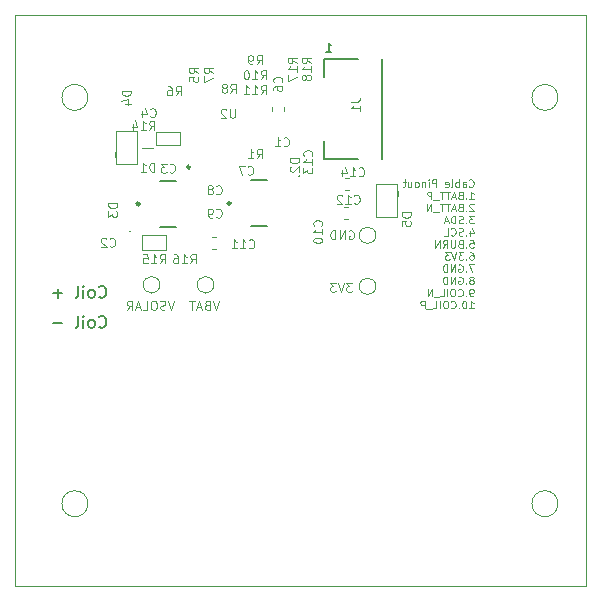
<source format=gbr>
%TF.GenerationSoftware,KiCad,Pcbnew,5.0.2-bee76a0~70~ubuntu18.04.1*%
%TF.CreationDate,2020-02-29T17:21:03-08:00*%
%TF.ProjectId,SolarCellX_v3,536f6c61-7243-4656-9c6c-585f76332e6b,rev?*%
%TF.SameCoordinates,Original*%
%TF.FileFunction,Legend,Bot*%
%TF.FilePolarity,Positive*%
%FSLAX46Y46*%
G04 Gerber Fmt 4.6, Leading zero omitted, Abs format (unit mm)*
G04 Created by KiCad (PCBNEW 5.0.2-bee76a0~70~ubuntu18.04.1) date Sat 29 Feb 2020 05:21:03 PM PST*
%MOMM*%
%LPD*%
G01*
G04 APERTURE LIST*
%ADD10C,0.120000*%
%ADD11C,0.152400*%
%ADD12C,0.101600*%
%ADD13C,0.076200*%
%ADD14C,0.150000*%
%ADD15C,0.050000*%
%ADD16C,0.250000*%
%ADD17C,0.200000*%
%ADD18C,0.254000*%
%ADD19C,0.127000*%
G04 APERTURE END LIST*
D10*
X100761800Y-51282600D02*
X101676200Y-51282600D01*
D11*
X116370368Y-43144714D02*
X116805797Y-43144714D01*
X116588082Y-43144714D02*
X116588082Y-42382714D01*
X116660654Y-42491571D01*
X116733225Y-42564142D01*
X116805797Y-42600428D01*
D12*
X118570102Y-62701714D02*
X118098388Y-62701714D01*
X118352388Y-62992000D01*
X118243531Y-62992000D01*
X118170960Y-63028285D01*
X118134674Y-63064571D01*
X118098388Y-63137142D01*
X118098388Y-63318571D01*
X118134674Y-63391142D01*
X118170960Y-63427428D01*
X118243531Y-63463714D01*
X118461245Y-63463714D01*
X118533817Y-63427428D01*
X118570102Y-63391142D01*
X117880674Y-62701714D02*
X117626674Y-63463714D01*
X117372674Y-62701714D01*
X117191245Y-62701714D02*
X116719531Y-62701714D01*
X116973531Y-62992000D01*
X116864674Y-62992000D01*
X116792102Y-63028285D01*
X116755817Y-63064571D01*
X116719531Y-63137142D01*
X116719531Y-63318571D01*
X116755817Y-63391142D01*
X116792102Y-63427428D01*
X116864674Y-63463714D01*
X117082388Y-63463714D01*
X117154960Y-63427428D01*
X117191245Y-63391142D01*
X107303388Y-64225714D02*
X107049388Y-64987714D01*
X106795388Y-64225714D01*
X106287388Y-64588571D02*
X106178531Y-64624857D01*
X106142245Y-64661142D01*
X106105960Y-64733714D01*
X106105960Y-64842571D01*
X106142245Y-64915142D01*
X106178531Y-64951428D01*
X106251102Y-64987714D01*
X106541388Y-64987714D01*
X106541388Y-64225714D01*
X106287388Y-64225714D01*
X106214817Y-64262000D01*
X106178531Y-64298285D01*
X106142245Y-64370857D01*
X106142245Y-64443428D01*
X106178531Y-64516000D01*
X106214817Y-64552285D01*
X106287388Y-64588571D01*
X106541388Y-64588571D01*
X105815674Y-64770000D02*
X105452817Y-64770000D01*
X105888245Y-64987714D02*
X105634245Y-64225714D01*
X105380245Y-64987714D01*
X105235102Y-64225714D02*
X104799674Y-64225714D01*
X105017388Y-64987714D02*
X105017388Y-64225714D01*
X103493388Y-64225714D02*
X103239388Y-64987714D01*
X102985388Y-64225714D01*
X102767674Y-64951428D02*
X102658817Y-64987714D01*
X102477388Y-64987714D01*
X102404817Y-64951428D01*
X102368531Y-64915142D01*
X102332245Y-64842571D01*
X102332245Y-64770000D01*
X102368531Y-64697428D01*
X102404817Y-64661142D01*
X102477388Y-64624857D01*
X102622531Y-64588571D01*
X102695102Y-64552285D01*
X102731388Y-64516000D01*
X102767674Y-64443428D01*
X102767674Y-64370857D01*
X102731388Y-64298285D01*
X102695102Y-64262000D01*
X102622531Y-64225714D01*
X102441102Y-64225714D01*
X102332245Y-64262000D01*
X101860531Y-64225714D02*
X101715388Y-64225714D01*
X101642817Y-64262000D01*
X101570245Y-64334571D01*
X101533960Y-64479714D01*
X101533960Y-64733714D01*
X101570245Y-64878857D01*
X101642817Y-64951428D01*
X101715388Y-64987714D01*
X101860531Y-64987714D01*
X101933102Y-64951428D01*
X102005674Y-64878857D01*
X102041960Y-64733714D01*
X102041960Y-64479714D01*
X102005674Y-64334571D01*
X101933102Y-64262000D01*
X101860531Y-64225714D01*
X100844531Y-64987714D02*
X101207388Y-64987714D01*
X101207388Y-64225714D01*
X100626817Y-64770000D02*
X100263960Y-64770000D01*
X100699388Y-64987714D02*
X100445388Y-64225714D01*
X100191388Y-64987714D01*
X99501960Y-64987714D02*
X99755960Y-64624857D01*
X99937388Y-64987714D02*
X99937388Y-64225714D01*
X99647102Y-64225714D01*
X99574531Y-64262000D01*
X99538245Y-64298285D01*
X99501960Y-64370857D01*
X99501960Y-64479714D01*
X99538245Y-64552285D01*
X99574531Y-64588571D01*
X99647102Y-64624857D01*
X99937388Y-64624857D01*
X118316103Y-58293000D02*
X118388675Y-58256714D01*
X118497532Y-58256714D01*
X118606389Y-58293000D01*
X118678960Y-58365571D01*
X118715246Y-58438142D01*
X118751532Y-58583285D01*
X118751532Y-58692142D01*
X118715246Y-58837285D01*
X118678960Y-58909857D01*
X118606389Y-58982428D01*
X118497532Y-59018714D01*
X118424960Y-59018714D01*
X118316103Y-58982428D01*
X118279817Y-58946142D01*
X118279817Y-58692142D01*
X118424960Y-58692142D01*
X117953246Y-59018714D02*
X117953246Y-58256714D01*
X117517817Y-59018714D01*
X117517817Y-58256714D01*
X117154960Y-59018714D02*
X117154960Y-58256714D01*
X116973532Y-58256714D01*
X116864675Y-58293000D01*
X116792103Y-58365571D01*
X116755817Y-58438142D01*
X116719532Y-58583285D01*
X116719532Y-58692142D01*
X116755817Y-58837285D01*
X116792103Y-58909857D01*
X116864675Y-58982428D01*
X116973532Y-59018714D01*
X117154960Y-59018714D01*
D13*
X128468422Y-54519285D02*
X128498660Y-54549523D01*
X128589374Y-54579761D01*
X128649850Y-54579761D01*
X128740565Y-54549523D01*
X128801041Y-54489047D01*
X128831279Y-54428571D01*
X128861517Y-54307619D01*
X128861517Y-54216904D01*
X128831279Y-54095952D01*
X128801041Y-54035476D01*
X128740565Y-53975000D01*
X128649850Y-53944761D01*
X128589374Y-53944761D01*
X128498660Y-53975000D01*
X128468422Y-54005238D01*
X127924136Y-54579761D02*
X127924136Y-54247142D01*
X127954374Y-54186666D01*
X128014850Y-54156428D01*
X128135803Y-54156428D01*
X128196279Y-54186666D01*
X127924136Y-54549523D02*
X127984612Y-54579761D01*
X128135803Y-54579761D01*
X128196279Y-54549523D01*
X128226517Y-54489047D01*
X128226517Y-54428571D01*
X128196279Y-54368095D01*
X128135803Y-54337857D01*
X127984612Y-54337857D01*
X127924136Y-54307619D01*
X127621755Y-54579761D02*
X127621755Y-53944761D01*
X127621755Y-54186666D02*
X127561279Y-54156428D01*
X127440327Y-54156428D01*
X127379850Y-54186666D01*
X127349612Y-54216904D01*
X127319374Y-54277380D01*
X127319374Y-54458809D01*
X127349612Y-54519285D01*
X127379850Y-54549523D01*
X127440327Y-54579761D01*
X127561279Y-54579761D01*
X127621755Y-54549523D01*
X126956517Y-54579761D02*
X127016993Y-54549523D01*
X127047231Y-54489047D01*
X127047231Y-53944761D01*
X126472708Y-54549523D02*
X126533184Y-54579761D01*
X126654136Y-54579761D01*
X126714612Y-54549523D01*
X126744850Y-54489047D01*
X126744850Y-54247142D01*
X126714612Y-54186666D01*
X126654136Y-54156428D01*
X126533184Y-54156428D01*
X126472708Y-54186666D01*
X126442470Y-54247142D01*
X126442470Y-54307619D01*
X126744850Y-54368095D01*
X125686517Y-54579761D02*
X125686517Y-53944761D01*
X125444612Y-53944761D01*
X125384136Y-53975000D01*
X125353898Y-54005238D01*
X125323660Y-54065714D01*
X125323660Y-54156428D01*
X125353898Y-54216904D01*
X125384136Y-54247142D01*
X125444612Y-54277380D01*
X125686517Y-54277380D01*
X125051517Y-54579761D02*
X125051517Y-54156428D01*
X125051517Y-53944761D02*
X125081755Y-53975000D01*
X125051517Y-54005238D01*
X125021279Y-53975000D01*
X125051517Y-53944761D01*
X125051517Y-54005238D01*
X124749136Y-54156428D02*
X124749136Y-54579761D01*
X124749136Y-54216904D02*
X124718898Y-54186666D01*
X124658422Y-54156428D01*
X124567708Y-54156428D01*
X124507231Y-54186666D01*
X124476993Y-54247142D01*
X124476993Y-54579761D01*
X124083898Y-54579761D02*
X124144374Y-54549523D01*
X124174612Y-54519285D01*
X124204850Y-54458809D01*
X124204850Y-54277380D01*
X124174612Y-54216904D01*
X124144374Y-54186666D01*
X124083898Y-54156428D01*
X123993184Y-54156428D01*
X123932708Y-54186666D01*
X123902470Y-54216904D01*
X123872231Y-54277380D01*
X123872231Y-54458809D01*
X123902470Y-54519285D01*
X123932708Y-54549523D01*
X123993184Y-54579761D01*
X124083898Y-54579761D01*
X123327946Y-54156428D02*
X123327946Y-54579761D01*
X123600089Y-54156428D02*
X123600089Y-54489047D01*
X123569850Y-54549523D01*
X123509374Y-54579761D01*
X123418660Y-54579761D01*
X123358184Y-54549523D01*
X123327946Y-54519285D01*
X123116279Y-54156428D02*
X122874374Y-54156428D01*
X123025565Y-53944761D02*
X123025565Y-54489047D01*
X122995327Y-54549523D01*
X122934850Y-54579761D01*
X122874374Y-54579761D01*
X128498660Y-55608461D02*
X128861517Y-55608461D01*
X128680089Y-55608461D02*
X128680089Y-54973461D01*
X128740565Y-55064176D01*
X128801041Y-55124652D01*
X128861517Y-55154890D01*
X128226517Y-55547985D02*
X128196279Y-55578223D01*
X128226517Y-55608461D01*
X128256755Y-55578223D01*
X128226517Y-55547985D01*
X128226517Y-55608461D01*
X127712470Y-55275842D02*
X127621755Y-55306080D01*
X127591517Y-55336319D01*
X127561279Y-55396795D01*
X127561279Y-55487509D01*
X127591517Y-55547985D01*
X127621755Y-55578223D01*
X127682231Y-55608461D01*
X127924136Y-55608461D01*
X127924136Y-54973461D01*
X127712470Y-54973461D01*
X127651993Y-55003700D01*
X127621755Y-55033938D01*
X127591517Y-55094414D01*
X127591517Y-55154890D01*
X127621755Y-55215366D01*
X127651993Y-55245604D01*
X127712470Y-55275842D01*
X127924136Y-55275842D01*
X127319374Y-55427033D02*
X127016993Y-55427033D01*
X127379850Y-55608461D02*
X127168184Y-54973461D01*
X126956517Y-55608461D01*
X126835565Y-54973461D02*
X126472708Y-54973461D01*
X126654136Y-55608461D02*
X126654136Y-54973461D01*
X126351755Y-54973461D02*
X125988898Y-54973461D01*
X126170327Y-55608461D02*
X126170327Y-54973461D01*
X125928422Y-55668938D02*
X125444612Y-55668938D01*
X125293422Y-55608461D02*
X125293422Y-54973461D01*
X125051517Y-54973461D01*
X124991041Y-55003700D01*
X124960803Y-55033938D01*
X124930565Y-55094414D01*
X124930565Y-55185128D01*
X124960803Y-55245604D01*
X124991041Y-55275842D01*
X125051517Y-55306080D01*
X125293422Y-55306080D01*
X128861517Y-56062638D02*
X128831279Y-56032400D01*
X128770803Y-56002161D01*
X128619612Y-56002161D01*
X128559136Y-56032400D01*
X128528898Y-56062638D01*
X128498660Y-56123114D01*
X128498660Y-56183590D01*
X128528898Y-56274304D01*
X128891755Y-56637161D01*
X128498660Y-56637161D01*
X128226517Y-56576685D02*
X128196279Y-56606923D01*
X128226517Y-56637161D01*
X128256755Y-56606923D01*
X128226517Y-56576685D01*
X128226517Y-56637161D01*
X127712470Y-56304542D02*
X127621755Y-56334780D01*
X127591517Y-56365019D01*
X127561279Y-56425495D01*
X127561279Y-56516209D01*
X127591517Y-56576685D01*
X127621755Y-56606923D01*
X127682231Y-56637161D01*
X127924136Y-56637161D01*
X127924136Y-56002161D01*
X127712470Y-56002161D01*
X127651993Y-56032400D01*
X127621755Y-56062638D01*
X127591517Y-56123114D01*
X127591517Y-56183590D01*
X127621755Y-56244066D01*
X127651993Y-56274304D01*
X127712470Y-56304542D01*
X127924136Y-56304542D01*
X127319374Y-56455733D02*
X127016993Y-56455733D01*
X127379850Y-56637161D02*
X127168184Y-56002161D01*
X126956517Y-56637161D01*
X126835565Y-56002161D02*
X126472708Y-56002161D01*
X126654136Y-56637161D02*
X126654136Y-56002161D01*
X126351755Y-56002161D02*
X125988898Y-56002161D01*
X126170327Y-56637161D02*
X126170327Y-56002161D01*
X125928422Y-56697638D02*
X125444612Y-56697638D01*
X125293422Y-56637161D02*
X125293422Y-56002161D01*
X124930565Y-56637161D01*
X124930565Y-56002161D01*
X128891755Y-57030861D02*
X128498660Y-57030861D01*
X128710327Y-57272766D01*
X128619612Y-57272766D01*
X128559136Y-57303004D01*
X128528898Y-57333242D01*
X128498660Y-57393719D01*
X128498660Y-57544909D01*
X128528898Y-57605385D01*
X128559136Y-57635623D01*
X128619612Y-57665861D01*
X128801041Y-57665861D01*
X128861517Y-57635623D01*
X128891755Y-57605385D01*
X128226517Y-57605385D02*
X128196279Y-57635623D01*
X128226517Y-57665861D01*
X128256755Y-57635623D01*
X128226517Y-57605385D01*
X128226517Y-57665861D01*
X127954374Y-57635623D02*
X127863660Y-57665861D01*
X127712470Y-57665861D01*
X127651993Y-57635623D01*
X127621755Y-57605385D01*
X127591517Y-57544909D01*
X127591517Y-57484433D01*
X127621755Y-57423957D01*
X127651993Y-57393719D01*
X127712470Y-57363480D01*
X127833422Y-57333242D01*
X127893898Y-57303004D01*
X127924136Y-57272766D01*
X127954374Y-57212290D01*
X127954374Y-57151814D01*
X127924136Y-57091338D01*
X127893898Y-57061100D01*
X127833422Y-57030861D01*
X127682231Y-57030861D01*
X127591517Y-57061100D01*
X127319374Y-57665861D02*
X127319374Y-57030861D01*
X127168184Y-57030861D01*
X127077470Y-57061100D01*
X127016993Y-57121576D01*
X126986755Y-57182052D01*
X126956517Y-57303004D01*
X126956517Y-57393719D01*
X126986755Y-57514671D01*
X127016993Y-57575147D01*
X127077470Y-57635623D01*
X127168184Y-57665861D01*
X127319374Y-57665861D01*
X126714612Y-57484433D02*
X126412231Y-57484433D01*
X126775089Y-57665861D02*
X126563422Y-57030861D01*
X126351755Y-57665861D01*
X128559136Y-58271228D02*
X128559136Y-58694561D01*
X128710327Y-58029323D02*
X128861517Y-58482895D01*
X128468422Y-58482895D01*
X128226517Y-58634085D02*
X128196279Y-58664323D01*
X128226517Y-58694561D01*
X128256755Y-58664323D01*
X128226517Y-58634085D01*
X128226517Y-58694561D01*
X127954374Y-58664323D02*
X127863660Y-58694561D01*
X127712470Y-58694561D01*
X127651993Y-58664323D01*
X127621755Y-58634085D01*
X127591517Y-58573609D01*
X127591517Y-58513133D01*
X127621755Y-58452657D01*
X127651993Y-58422419D01*
X127712470Y-58392180D01*
X127833422Y-58361942D01*
X127893898Y-58331704D01*
X127924136Y-58301466D01*
X127954374Y-58240990D01*
X127954374Y-58180514D01*
X127924136Y-58120038D01*
X127893898Y-58089800D01*
X127833422Y-58059561D01*
X127682231Y-58059561D01*
X127591517Y-58089800D01*
X126956517Y-58634085D02*
X126986755Y-58664323D01*
X127077469Y-58694561D01*
X127137946Y-58694561D01*
X127228660Y-58664323D01*
X127289136Y-58603847D01*
X127319374Y-58543371D01*
X127349612Y-58422419D01*
X127349612Y-58331704D01*
X127319374Y-58210752D01*
X127289136Y-58150276D01*
X127228660Y-58089800D01*
X127137946Y-58059561D01*
X127077469Y-58059561D01*
X126986755Y-58089800D01*
X126956517Y-58120038D01*
X126381993Y-58694561D02*
X126684374Y-58694561D01*
X126684374Y-58059561D01*
X128528898Y-59088261D02*
X128831279Y-59088261D01*
X128861517Y-59390642D01*
X128831279Y-59360404D01*
X128770803Y-59330166D01*
X128619612Y-59330166D01*
X128559136Y-59360404D01*
X128528898Y-59390642D01*
X128498660Y-59451119D01*
X128498660Y-59602309D01*
X128528898Y-59662785D01*
X128559136Y-59693023D01*
X128619612Y-59723261D01*
X128770803Y-59723261D01*
X128831279Y-59693023D01*
X128861517Y-59662785D01*
X128226517Y-59662785D02*
X128196279Y-59693023D01*
X128226517Y-59723261D01*
X128256755Y-59693023D01*
X128226517Y-59662785D01*
X128226517Y-59723261D01*
X127712470Y-59390642D02*
X127621755Y-59420880D01*
X127591517Y-59451119D01*
X127561279Y-59511595D01*
X127561279Y-59602309D01*
X127591517Y-59662785D01*
X127621755Y-59693023D01*
X127682231Y-59723261D01*
X127924136Y-59723261D01*
X127924136Y-59088261D01*
X127712470Y-59088261D01*
X127651993Y-59118500D01*
X127621755Y-59148738D01*
X127591517Y-59209214D01*
X127591517Y-59269690D01*
X127621755Y-59330166D01*
X127651993Y-59360404D01*
X127712470Y-59390642D01*
X127924136Y-59390642D01*
X127289136Y-59088261D02*
X127289136Y-59602309D01*
X127258898Y-59662785D01*
X127228660Y-59693023D01*
X127168184Y-59723261D01*
X127047231Y-59723261D01*
X126986755Y-59693023D01*
X126956517Y-59662785D01*
X126926279Y-59602309D01*
X126926279Y-59088261D01*
X126261041Y-59723261D02*
X126472708Y-59420880D01*
X126623898Y-59723261D02*
X126623898Y-59088261D01*
X126381993Y-59088261D01*
X126321517Y-59118500D01*
X126291279Y-59148738D01*
X126261041Y-59209214D01*
X126261041Y-59299928D01*
X126291279Y-59360404D01*
X126321517Y-59390642D01*
X126381993Y-59420880D01*
X126623898Y-59420880D01*
X125988898Y-59723261D02*
X125988898Y-59088261D01*
X125626041Y-59723261D01*
X125626041Y-59088261D01*
X128559136Y-60116961D02*
X128680089Y-60116961D01*
X128740565Y-60147200D01*
X128770803Y-60177438D01*
X128831279Y-60268152D01*
X128861517Y-60389104D01*
X128861517Y-60631009D01*
X128831279Y-60691485D01*
X128801041Y-60721723D01*
X128740565Y-60751961D01*
X128619612Y-60751961D01*
X128559136Y-60721723D01*
X128528898Y-60691485D01*
X128498660Y-60631009D01*
X128498660Y-60479819D01*
X128528898Y-60419342D01*
X128559136Y-60389104D01*
X128619612Y-60358866D01*
X128740565Y-60358866D01*
X128801041Y-60389104D01*
X128831279Y-60419342D01*
X128861517Y-60479819D01*
X128226517Y-60691485D02*
X128196279Y-60721723D01*
X128226517Y-60751961D01*
X128256755Y-60721723D01*
X128226517Y-60691485D01*
X128226517Y-60751961D01*
X127984612Y-60116961D02*
X127591517Y-60116961D01*
X127803184Y-60358866D01*
X127712470Y-60358866D01*
X127651993Y-60389104D01*
X127621755Y-60419342D01*
X127591517Y-60479819D01*
X127591517Y-60631009D01*
X127621755Y-60691485D01*
X127651993Y-60721723D01*
X127712470Y-60751961D01*
X127893898Y-60751961D01*
X127954374Y-60721723D01*
X127984612Y-60691485D01*
X127410089Y-60116961D02*
X127198422Y-60751961D01*
X126986755Y-60116961D01*
X126835565Y-60116961D02*
X126442469Y-60116961D01*
X126654136Y-60358866D01*
X126563422Y-60358866D01*
X126502946Y-60389104D01*
X126472708Y-60419342D01*
X126442469Y-60479819D01*
X126442469Y-60631009D01*
X126472708Y-60691485D01*
X126502946Y-60721723D01*
X126563422Y-60751961D01*
X126744850Y-60751961D01*
X126805327Y-60721723D01*
X126835565Y-60691485D01*
X128891755Y-61145661D02*
X128468422Y-61145661D01*
X128740565Y-61780661D01*
X128226517Y-61720185D02*
X128196279Y-61750423D01*
X128226517Y-61780661D01*
X128256755Y-61750423D01*
X128226517Y-61720185D01*
X128226517Y-61780661D01*
X127591517Y-61175900D02*
X127651993Y-61145661D01*
X127742708Y-61145661D01*
X127833422Y-61175900D01*
X127893898Y-61236376D01*
X127924136Y-61296852D01*
X127954374Y-61417804D01*
X127954374Y-61508519D01*
X127924136Y-61629471D01*
X127893898Y-61689947D01*
X127833422Y-61750423D01*
X127742708Y-61780661D01*
X127682231Y-61780661D01*
X127591517Y-61750423D01*
X127561279Y-61720185D01*
X127561279Y-61508519D01*
X127682231Y-61508519D01*
X127289136Y-61780661D02*
X127289136Y-61145661D01*
X126926279Y-61780661D01*
X126926279Y-61145661D01*
X126623898Y-61780661D02*
X126623898Y-61145661D01*
X126472708Y-61145661D01*
X126381993Y-61175900D01*
X126321517Y-61236376D01*
X126291279Y-61296852D01*
X126261041Y-61417804D01*
X126261041Y-61508519D01*
X126291279Y-61629471D01*
X126321517Y-61689947D01*
X126381993Y-61750423D01*
X126472708Y-61780661D01*
X126623898Y-61780661D01*
X128740565Y-62446504D02*
X128801041Y-62416266D01*
X128831279Y-62386028D01*
X128861517Y-62325552D01*
X128861517Y-62295314D01*
X128831279Y-62234838D01*
X128801041Y-62204600D01*
X128740565Y-62174361D01*
X128619612Y-62174361D01*
X128559136Y-62204600D01*
X128528898Y-62234838D01*
X128498660Y-62295314D01*
X128498660Y-62325552D01*
X128528898Y-62386028D01*
X128559136Y-62416266D01*
X128619612Y-62446504D01*
X128740565Y-62446504D01*
X128801041Y-62476742D01*
X128831279Y-62506980D01*
X128861517Y-62567457D01*
X128861517Y-62688409D01*
X128831279Y-62748885D01*
X128801041Y-62779123D01*
X128740565Y-62809361D01*
X128619612Y-62809361D01*
X128559136Y-62779123D01*
X128528898Y-62748885D01*
X128498660Y-62688409D01*
X128498660Y-62567457D01*
X128528898Y-62506980D01*
X128559136Y-62476742D01*
X128619612Y-62446504D01*
X128226517Y-62748885D02*
X128196279Y-62779123D01*
X128226517Y-62809361D01*
X128256755Y-62779123D01*
X128226517Y-62748885D01*
X128226517Y-62809361D01*
X127591517Y-62204600D02*
X127651993Y-62174361D01*
X127742708Y-62174361D01*
X127833422Y-62204600D01*
X127893898Y-62265076D01*
X127924136Y-62325552D01*
X127954374Y-62446504D01*
X127954374Y-62537219D01*
X127924136Y-62658171D01*
X127893898Y-62718647D01*
X127833422Y-62779123D01*
X127742708Y-62809361D01*
X127682231Y-62809361D01*
X127591517Y-62779123D01*
X127561279Y-62748885D01*
X127561279Y-62537219D01*
X127682231Y-62537219D01*
X127289136Y-62809361D02*
X127289136Y-62174361D01*
X126926279Y-62809361D01*
X126926279Y-62174361D01*
X126623898Y-62809361D02*
X126623898Y-62174361D01*
X126472708Y-62174361D01*
X126381993Y-62204600D01*
X126321517Y-62265076D01*
X126291279Y-62325552D01*
X126261041Y-62446504D01*
X126261041Y-62537219D01*
X126291279Y-62658171D01*
X126321517Y-62718647D01*
X126381993Y-62779123D01*
X126472708Y-62809361D01*
X126623898Y-62809361D01*
X128801041Y-63838061D02*
X128680089Y-63838061D01*
X128619612Y-63807823D01*
X128589374Y-63777585D01*
X128528898Y-63686871D01*
X128498660Y-63565919D01*
X128498660Y-63324014D01*
X128528898Y-63263538D01*
X128559136Y-63233300D01*
X128619612Y-63203061D01*
X128740565Y-63203061D01*
X128801041Y-63233300D01*
X128831279Y-63263538D01*
X128861517Y-63324014D01*
X128861517Y-63475204D01*
X128831279Y-63535680D01*
X128801041Y-63565919D01*
X128740565Y-63596157D01*
X128619612Y-63596157D01*
X128559136Y-63565919D01*
X128528898Y-63535680D01*
X128498660Y-63475204D01*
X128226517Y-63777585D02*
X128196279Y-63807823D01*
X128226517Y-63838061D01*
X128256755Y-63807823D01*
X128226517Y-63777585D01*
X128226517Y-63838061D01*
X127561279Y-63777585D02*
X127591517Y-63807823D01*
X127682231Y-63838061D01*
X127742708Y-63838061D01*
X127833422Y-63807823D01*
X127893898Y-63747347D01*
X127924136Y-63686871D01*
X127954374Y-63565919D01*
X127954374Y-63475204D01*
X127924136Y-63354252D01*
X127893898Y-63293776D01*
X127833422Y-63233300D01*
X127742708Y-63203061D01*
X127682231Y-63203061D01*
X127591517Y-63233300D01*
X127561279Y-63263538D01*
X127168184Y-63203061D02*
X127047231Y-63203061D01*
X126986755Y-63233300D01*
X126926279Y-63293776D01*
X126896041Y-63414728D01*
X126896041Y-63626395D01*
X126926279Y-63747347D01*
X126986755Y-63807823D01*
X127047231Y-63838061D01*
X127168184Y-63838061D01*
X127228660Y-63807823D01*
X127289136Y-63747347D01*
X127319374Y-63626395D01*
X127319374Y-63414728D01*
X127289136Y-63293776D01*
X127228660Y-63233300D01*
X127168184Y-63203061D01*
X126623898Y-63838061D02*
X126623898Y-63203061D01*
X126019136Y-63838061D02*
X126321517Y-63838061D01*
X126321517Y-63203061D01*
X125958660Y-63898538D02*
X125474850Y-63898538D01*
X125323660Y-63838061D02*
X125323660Y-63203061D01*
X124960803Y-63838061D01*
X124960803Y-63203061D01*
X128498660Y-64866761D02*
X128861517Y-64866761D01*
X128680089Y-64866761D02*
X128680089Y-64231761D01*
X128740565Y-64322476D01*
X128801041Y-64382952D01*
X128861517Y-64413190D01*
X128105565Y-64231761D02*
X128045089Y-64231761D01*
X127984612Y-64262000D01*
X127954374Y-64292238D01*
X127924136Y-64352714D01*
X127893898Y-64473666D01*
X127893898Y-64624857D01*
X127924136Y-64745809D01*
X127954374Y-64806285D01*
X127984612Y-64836523D01*
X128045089Y-64866761D01*
X128105565Y-64866761D01*
X128166041Y-64836523D01*
X128196279Y-64806285D01*
X128226517Y-64745809D01*
X128256755Y-64624857D01*
X128256755Y-64473666D01*
X128226517Y-64352714D01*
X128196279Y-64292238D01*
X128166041Y-64262000D01*
X128105565Y-64231761D01*
X127621755Y-64806285D02*
X127591517Y-64836523D01*
X127621755Y-64866761D01*
X127651993Y-64836523D01*
X127621755Y-64806285D01*
X127621755Y-64866761D01*
X126956517Y-64806285D02*
X126986755Y-64836523D01*
X127077470Y-64866761D01*
X127137946Y-64866761D01*
X127228660Y-64836523D01*
X127289136Y-64776047D01*
X127319374Y-64715571D01*
X127349612Y-64594619D01*
X127349612Y-64503904D01*
X127319374Y-64382952D01*
X127289136Y-64322476D01*
X127228660Y-64262000D01*
X127137946Y-64231761D01*
X127077470Y-64231761D01*
X126986755Y-64262000D01*
X126956517Y-64292238D01*
X126563422Y-64231761D02*
X126442470Y-64231761D01*
X126381993Y-64262000D01*
X126321517Y-64322476D01*
X126291279Y-64443428D01*
X126291279Y-64655095D01*
X126321517Y-64776047D01*
X126381993Y-64836523D01*
X126442470Y-64866761D01*
X126563422Y-64866761D01*
X126623898Y-64836523D01*
X126684374Y-64776047D01*
X126714612Y-64655095D01*
X126714612Y-64443428D01*
X126684374Y-64322476D01*
X126623898Y-64262000D01*
X126563422Y-64231761D01*
X126019136Y-64866761D02*
X126019136Y-64231761D01*
X125414374Y-64866761D02*
X125716755Y-64866761D01*
X125716755Y-64231761D01*
X125353898Y-64927238D02*
X124870089Y-64927238D01*
X124718898Y-64866761D02*
X124718898Y-64231761D01*
X124476993Y-64231761D01*
X124416517Y-64262000D01*
X124386279Y-64292238D01*
X124356041Y-64352714D01*
X124356041Y-64443428D01*
X124386279Y-64503904D01*
X124416517Y-64534142D01*
X124476993Y-64564380D01*
X124718898Y-64564380D01*
D10*
X104013000Y-51054000D02*
X101981000Y-51054000D01*
X104013000Y-49911000D02*
X104013000Y-51054000D01*
X101981000Y-49911000D02*
X104013000Y-49911000D01*
X101981000Y-51054000D02*
X101981000Y-49911000D01*
X102806500Y-59880500D02*
X100774500Y-59880500D01*
X102806500Y-58674000D02*
X102806500Y-59880500D01*
X100774500Y-58674000D02*
X102806500Y-58674000D01*
X100774500Y-59880500D02*
X100774500Y-58674000D01*
D14*
X97146857Y-66397142D02*
X97194476Y-66444761D01*
X97337333Y-66492380D01*
X97432571Y-66492380D01*
X97575428Y-66444761D01*
X97670666Y-66349523D01*
X97718285Y-66254285D01*
X97765904Y-66063809D01*
X97765904Y-65920952D01*
X97718285Y-65730476D01*
X97670666Y-65635238D01*
X97575428Y-65540000D01*
X97432571Y-65492380D01*
X97337333Y-65492380D01*
X97194476Y-65540000D01*
X97146857Y-65587619D01*
X96575428Y-66492380D02*
X96670666Y-66444761D01*
X96718285Y-66397142D01*
X96765904Y-66301904D01*
X96765904Y-66016190D01*
X96718285Y-65920952D01*
X96670666Y-65873333D01*
X96575428Y-65825714D01*
X96432571Y-65825714D01*
X96337333Y-65873333D01*
X96289714Y-65920952D01*
X96242095Y-66016190D01*
X96242095Y-66301904D01*
X96289714Y-66397142D01*
X96337333Y-66444761D01*
X96432571Y-66492380D01*
X96575428Y-66492380D01*
X95813523Y-66492380D02*
X95813523Y-65825714D01*
X95813523Y-65492380D02*
X95861142Y-65540000D01*
X95813523Y-65587619D01*
X95765904Y-65540000D01*
X95813523Y-65492380D01*
X95813523Y-65587619D01*
X95194476Y-66492380D02*
X95289714Y-66444761D01*
X95337333Y-66349523D01*
X95337333Y-65492380D01*
X94051619Y-66111428D02*
X93289714Y-66111428D01*
X97146857Y-63857142D02*
X97194476Y-63904761D01*
X97337333Y-63952380D01*
X97432571Y-63952380D01*
X97575428Y-63904761D01*
X97670666Y-63809523D01*
X97718285Y-63714285D01*
X97765904Y-63523809D01*
X97765904Y-63380952D01*
X97718285Y-63190476D01*
X97670666Y-63095238D01*
X97575428Y-63000000D01*
X97432571Y-62952380D01*
X97337333Y-62952380D01*
X97194476Y-63000000D01*
X97146857Y-63047619D01*
X96575428Y-63952380D02*
X96670666Y-63904761D01*
X96718285Y-63857142D01*
X96765904Y-63761904D01*
X96765904Y-63476190D01*
X96718285Y-63380952D01*
X96670666Y-63333333D01*
X96575428Y-63285714D01*
X96432571Y-63285714D01*
X96337333Y-63333333D01*
X96289714Y-63380952D01*
X96242095Y-63476190D01*
X96242095Y-63761904D01*
X96289714Y-63857142D01*
X96337333Y-63904761D01*
X96432571Y-63952380D01*
X96575428Y-63952380D01*
X95813523Y-63952380D02*
X95813523Y-63285714D01*
X95813523Y-62952380D02*
X95861142Y-63000000D01*
X95813523Y-63047619D01*
X95765904Y-63000000D01*
X95813523Y-62952380D01*
X95813523Y-63047619D01*
X95194476Y-63952380D02*
X95289714Y-63904761D01*
X95337333Y-63809523D01*
X95337333Y-62952380D01*
X94051619Y-63571428D02*
X93289714Y-63571428D01*
X93670666Y-63952380D02*
X93670666Y-63190476D01*
D15*
X96200000Y-47000000D02*
G75*
G03X96200000Y-47000000I-1100000J0D01*
G01*
X96200000Y-81400000D02*
G75*
G03X96200000Y-81400000I-1100000J0D01*
G01*
X136000000Y-81400000D02*
G75*
G03X136000000Y-81400000I-1100000J0D01*
G01*
X136000000Y-47000000D02*
G75*
G03X136000000Y-47000000I-1100000J0D01*
G01*
X90000000Y-88400000D02*
X138400000Y-88400000D01*
X90000000Y-88400000D02*
X90000000Y-40000000D01*
X138400000Y-40000000D02*
X138400000Y-88400000D01*
X90000000Y-40000000D02*
X138400000Y-40000000D01*
D10*
X102300000Y-62865000D02*
G75*
G03X102300000Y-62865000I-700000J0D01*
G01*
X106872000Y-62865000D02*
G75*
G03X106872000Y-62865000I-700000J0D01*
G01*
X120588000Y-58674000D02*
G75*
G03X120588000Y-58674000I-700000J0D01*
G01*
X120588000Y-62992000D02*
G75*
G03X120588000Y-62992000I-700000J0D01*
G01*
X111758000Y-47843221D02*
X111758000Y-48168779D01*
X112778000Y-47843221D02*
X112778000Y-48168779D01*
X118010721Y-53846000D02*
X118336279Y-53846000D01*
X118010721Y-54866000D02*
X118336279Y-54866000D01*
D16*
X104868660Y-52894656D02*
G75*
G03X104868660Y-52894656I-125000J0D01*
G01*
D17*
X99795000Y-58346000D02*
G75*
G03X99795000Y-58346000I-19000J0D01*
G01*
D10*
X98500000Y-52050000D02*
X98500000Y-51650000D01*
X100400000Y-52650000D02*
X100400000Y-49850000D01*
X98600000Y-52650000D02*
X100400000Y-52650000D01*
X98600000Y-49850000D02*
X98600000Y-52650000D01*
X100400000Y-49850000D02*
X98600000Y-49850000D01*
X122500000Y-54950000D02*
X122500000Y-55350000D01*
X120600000Y-54350000D02*
X120600000Y-57150000D01*
X122400000Y-54350000D02*
X120600000Y-54350000D01*
X122400000Y-57150000D02*
X122400000Y-54350000D01*
X120600000Y-57150000D02*
X122400000Y-57150000D01*
D17*
X114102500Y-53668000D02*
G75*
G03X114102500Y-53668000I-19000J0D01*
G01*
X121085000Y-43756000D02*
X121085000Y-52256000D01*
X116205000Y-43756000D02*
X119055000Y-43756000D01*
X116205000Y-52256000D02*
X119055000Y-52256000D01*
X116205000Y-43756000D02*
X116205000Y-45306000D01*
X116205000Y-52256000D02*
X116205000Y-50706000D01*
D10*
X117883721Y-56259000D02*
X118209279Y-56259000D01*
X117883721Y-57279000D02*
X118209279Y-57279000D01*
D18*
X108282740Y-55973980D02*
G75*
G03X108282740Y-55973980I-127000J0D01*
G01*
D19*
X111375190Y-57923430D02*
X110016290Y-57923430D01*
X110016290Y-54024530D02*
X111375190Y-54024530D01*
X102320550Y-54057550D02*
X103679450Y-54057550D01*
X103679450Y-57956450D02*
X102320550Y-57956450D01*
D18*
X100587000Y-56007000D02*
G75*
G03X100587000Y-56007000I-127000J0D01*
G01*
D10*
X106707721Y-58799000D02*
X107033279Y-58799000D01*
X106707721Y-59819000D02*
X107033279Y-59819000D01*
D12*
X112603642Y-45720000D02*
X112639928Y-45683714D01*
X112676214Y-45574857D01*
X112676214Y-45502285D01*
X112639928Y-45393428D01*
X112567357Y-45320857D01*
X112494785Y-45284571D01*
X112349642Y-45248285D01*
X112240785Y-45248285D01*
X112095642Y-45284571D01*
X112023071Y-45320857D01*
X111950500Y-45393428D01*
X111914214Y-45502285D01*
X111914214Y-45574857D01*
X111950500Y-45683714D01*
X111986785Y-45720000D01*
X111914214Y-46373142D02*
X111914214Y-46228000D01*
X111950500Y-46155428D01*
X111986785Y-46119142D01*
X112095642Y-46046571D01*
X112240785Y-46010285D01*
X112531071Y-46010285D01*
X112603642Y-46046571D01*
X112639928Y-46082857D01*
X112676214Y-46155428D01*
X112676214Y-46300571D01*
X112639928Y-46373142D01*
X112603642Y-46409428D01*
X112531071Y-46445714D01*
X112349642Y-46445714D01*
X112277071Y-46409428D01*
X112240785Y-46373142D01*
X112204500Y-46300571D01*
X112204500Y-46155428D01*
X112240785Y-46082857D01*
X112277071Y-46046571D01*
X112349642Y-46010285D01*
X107061000Y-57104642D02*
X107097285Y-57140928D01*
X107206142Y-57177214D01*
X107278714Y-57177214D01*
X107387571Y-57140928D01*
X107460142Y-57068357D01*
X107496428Y-56995785D01*
X107532714Y-56850642D01*
X107532714Y-56741785D01*
X107496428Y-56596642D01*
X107460142Y-56524071D01*
X107387571Y-56451500D01*
X107278714Y-56415214D01*
X107206142Y-56415214D01*
X107097285Y-56451500D01*
X107061000Y-56487785D01*
X106698142Y-57177214D02*
X106553000Y-57177214D01*
X106480428Y-57140928D01*
X106444142Y-57104642D01*
X106371571Y-56995785D01*
X106335285Y-56850642D01*
X106335285Y-56560357D01*
X106371571Y-56487785D01*
X106407857Y-56451500D01*
X106480428Y-56415214D01*
X106625571Y-56415214D01*
X106698142Y-56451500D01*
X106734428Y-56487785D01*
X106770714Y-56560357D01*
X106770714Y-56741785D01*
X106734428Y-56814357D01*
X106698142Y-56850642D01*
X106625571Y-56886928D01*
X106480428Y-56886928D01*
X106407857Y-56850642D01*
X106371571Y-56814357D01*
X106335285Y-56741785D01*
X119139857Y-53622142D02*
X119176142Y-53658428D01*
X119285000Y-53694714D01*
X119357571Y-53694714D01*
X119466428Y-53658428D01*
X119539000Y-53585857D01*
X119575285Y-53513285D01*
X119611571Y-53368142D01*
X119611571Y-53259285D01*
X119575285Y-53114142D01*
X119539000Y-53041571D01*
X119466428Y-52969000D01*
X119357571Y-52932714D01*
X119285000Y-52932714D01*
X119176142Y-52969000D01*
X119139857Y-53005285D01*
X118414142Y-53694714D02*
X118849571Y-53694714D01*
X118631857Y-53694714D02*
X118631857Y-52932714D01*
X118704428Y-53041571D01*
X118777000Y-53114142D01*
X118849571Y-53150428D01*
X117761000Y-53186714D02*
X117761000Y-53694714D01*
X117942428Y-52896428D02*
X118123857Y-53440714D01*
X117652142Y-53440714D01*
X101822325Y-53275714D02*
X101822325Y-52513714D01*
X101640897Y-52513714D01*
X101532040Y-52550000D01*
X101459468Y-52622571D01*
X101423182Y-52695142D01*
X101386897Y-52840285D01*
X101386897Y-52949142D01*
X101423182Y-53094285D01*
X101459468Y-53166857D01*
X101532040Y-53239428D01*
X101640897Y-53275714D01*
X101822325Y-53275714D01*
X100661182Y-53275714D02*
X101096611Y-53275714D01*
X100878897Y-53275714D02*
X100878897Y-52513714D01*
X100951468Y-52622571D01*
X101024040Y-52695142D01*
X101096611Y-52731428D01*
X108657571Y-47969714D02*
X108657571Y-48586571D01*
X108621285Y-48659142D01*
X108585000Y-48695428D01*
X108512428Y-48731714D01*
X108367285Y-48731714D01*
X108294714Y-48695428D01*
X108258428Y-48659142D01*
X108222142Y-48586571D01*
X108222142Y-47969714D01*
X107895571Y-48042285D02*
X107859285Y-48006000D01*
X107786714Y-47969714D01*
X107605285Y-47969714D01*
X107532714Y-48006000D01*
X107496428Y-48042285D01*
X107460142Y-48114857D01*
X107460142Y-48187428D01*
X107496428Y-48296285D01*
X107931857Y-48731714D01*
X107460142Y-48731714D01*
X98697714Y-55952571D02*
X97935714Y-55952571D01*
X97935714Y-56134000D01*
X97972000Y-56242857D01*
X98044571Y-56315428D01*
X98117142Y-56351714D01*
X98262285Y-56388000D01*
X98371142Y-56388000D01*
X98516285Y-56351714D01*
X98588857Y-56315428D01*
X98661428Y-56242857D01*
X98697714Y-56134000D01*
X98697714Y-55952571D01*
X97935714Y-56642000D02*
X97935714Y-57113714D01*
X98226000Y-56859714D01*
X98226000Y-56968571D01*
X98262285Y-57041142D01*
X98298571Y-57077428D01*
X98371142Y-57113714D01*
X98552571Y-57113714D01*
X98625142Y-57077428D01*
X98661428Y-57041142D01*
X98697714Y-56968571D01*
X98697714Y-56750857D01*
X98661428Y-56678285D01*
X98625142Y-56642000D01*
X99844714Y-46437571D02*
X99082714Y-46437571D01*
X99082714Y-46619000D01*
X99119000Y-46727857D01*
X99191571Y-46800428D01*
X99264142Y-46836714D01*
X99409285Y-46873000D01*
X99518142Y-46873000D01*
X99663285Y-46836714D01*
X99735857Y-46800428D01*
X99808428Y-46727857D01*
X99844714Y-46619000D01*
X99844714Y-46437571D01*
X99336714Y-47526142D02*
X99844714Y-47526142D01*
X99046428Y-47344714D02*
X99590714Y-47163285D01*
X99590714Y-47635000D01*
X123544714Y-56737571D02*
X122782714Y-56737571D01*
X122782714Y-56919000D01*
X122819000Y-57027857D01*
X122891571Y-57100428D01*
X122964142Y-57136714D01*
X123109285Y-57173000D01*
X123218142Y-57173000D01*
X123363285Y-57136714D01*
X123435857Y-57100428D01*
X123508428Y-57027857D01*
X123544714Y-56919000D01*
X123544714Y-56737571D01*
X122782714Y-57862428D02*
X122782714Y-57499571D01*
X123145571Y-57463285D01*
X123109285Y-57499571D01*
X123073000Y-57572142D01*
X123073000Y-57753571D01*
X123109285Y-57826142D01*
X123145571Y-57862428D01*
X123218142Y-57898714D01*
X123399571Y-57898714D01*
X123472142Y-57862428D01*
X123508428Y-57826142D01*
X123544714Y-57753571D01*
X123544714Y-57572142D01*
X123508428Y-57499571D01*
X123472142Y-57463285D01*
X114073214Y-52142571D02*
X113311214Y-52142571D01*
X113311214Y-52324000D01*
X113347500Y-52432857D01*
X113420071Y-52505428D01*
X113492642Y-52541714D01*
X113637785Y-52578000D01*
X113746642Y-52578000D01*
X113891785Y-52541714D01*
X113964357Y-52505428D01*
X114036928Y-52432857D01*
X114073214Y-52324000D01*
X114073214Y-52142571D01*
X113383785Y-52868285D02*
X113347500Y-52904571D01*
X113311214Y-52977142D01*
X113311214Y-53158571D01*
X113347500Y-53231142D01*
X113383785Y-53267428D01*
X113456357Y-53303714D01*
X113528928Y-53303714D01*
X113637785Y-53267428D01*
X114073214Y-52832000D01*
X114073214Y-53303714D01*
X103632000Y-46826714D02*
X103886000Y-46463857D01*
X104067428Y-46826714D02*
X104067428Y-46064714D01*
X103777142Y-46064714D01*
X103704571Y-46101000D01*
X103668285Y-46137285D01*
X103632000Y-46209857D01*
X103632000Y-46318714D01*
X103668285Y-46391285D01*
X103704571Y-46427571D01*
X103777142Y-46463857D01*
X104067428Y-46463857D01*
X102978857Y-46064714D02*
X103124000Y-46064714D01*
X103196571Y-46101000D01*
X103232857Y-46137285D01*
X103305428Y-46246142D01*
X103341714Y-46391285D01*
X103341714Y-46681571D01*
X103305428Y-46754142D01*
X103269142Y-46790428D01*
X103196571Y-46826714D01*
X103051428Y-46826714D01*
X102978857Y-46790428D01*
X102942571Y-46754142D01*
X102906285Y-46681571D01*
X102906285Y-46500142D01*
X102942571Y-46427571D01*
X102978857Y-46391285D01*
X103051428Y-46355000D01*
X103196571Y-46355000D01*
X103269142Y-46391285D01*
X103305428Y-46427571D01*
X103341714Y-46500142D01*
X105564214Y-44958000D02*
X105201357Y-44704000D01*
X105564214Y-44522571D02*
X104802214Y-44522571D01*
X104802214Y-44812857D01*
X104838500Y-44885428D01*
X104874785Y-44921714D01*
X104947357Y-44958000D01*
X105056214Y-44958000D01*
X105128785Y-44921714D01*
X105165071Y-44885428D01*
X105201357Y-44812857D01*
X105201357Y-44522571D01*
X104802214Y-45647428D02*
X104802214Y-45284571D01*
X105165071Y-45248285D01*
X105128785Y-45284571D01*
X105092500Y-45357142D01*
X105092500Y-45538571D01*
X105128785Y-45611142D01*
X105165071Y-45647428D01*
X105237642Y-45683714D01*
X105419071Y-45683714D01*
X105491642Y-45647428D01*
X105527928Y-45611142D01*
X105564214Y-45538571D01*
X105564214Y-45357142D01*
X105527928Y-45284571D01*
X105491642Y-45248285D01*
X104883857Y-61050714D02*
X105137857Y-60687857D01*
X105319285Y-61050714D02*
X105319285Y-60288714D01*
X105029000Y-60288714D01*
X104956428Y-60325000D01*
X104920142Y-60361285D01*
X104883857Y-60433857D01*
X104883857Y-60542714D01*
X104920142Y-60615285D01*
X104956428Y-60651571D01*
X105029000Y-60687857D01*
X105319285Y-60687857D01*
X104158142Y-61050714D02*
X104593571Y-61050714D01*
X104375857Y-61050714D02*
X104375857Y-60288714D01*
X104448428Y-60397571D01*
X104521000Y-60470142D01*
X104593571Y-60506428D01*
X103505000Y-60288714D02*
X103650142Y-60288714D01*
X103722714Y-60325000D01*
X103759000Y-60361285D01*
X103831571Y-60470142D01*
X103867857Y-60615285D01*
X103867857Y-60905571D01*
X103831571Y-60978142D01*
X103795285Y-61014428D01*
X103722714Y-61050714D01*
X103577571Y-61050714D01*
X103505000Y-61014428D01*
X103468714Y-60978142D01*
X103432428Y-60905571D01*
X103432428Y-60724142D01*
X103468714Y-60651571D01*
X103505000Y-60615285D01*
X103577571Y-60579000D01*
X103722714Y-60579000D01*
X103795285Y-60615285D01*
X103831571Y-60651571D01*
X103867857Y-60724142D01*
X107061000Y-55136142D02*
X107097285Y-55172428D01*
X107206142Y-55208714D01*
X107278714Y-55208714D01*
X107387571Y-55172428D01*
X107460142Y-55099857D01*
X107496428Y-55027285D01*
X107532714Y-54882142D01*
X107532714Y-54773285D01*
X107496428Y-54628142D01*
X107460142Y-54555571D01*
X107387571Y-54483000D01*
X107278714Y-54446714D01*
X107206142Y-54446714D01*
X107097285Y-54483000D01*
X107061000Y-54519285D01*
X106625571Y-54773285D02*
X106698142Y-54737000D01*
X106734428Y-54700714D01*
X106770714Y-54628142D01*
X106770714Y-54591857D01*
X106734428Y-54519285D01*
X106698142Y-54483000D01*
X106625571Y-54446714D01*
X106480428Y-54446714D01*
X106407857Y-54483000D01*
X106371571Y-54519285D01*
X106335285Y-54591857D01*
X106335285Y-54628142D01*
X106371571Y-54700714D01*
X106407857Y-54737000D01*
X106480428Y-54773285D01*
X106625571Y-54773285D01*
X106698142Y-54809571D01*
X106734428Y-54845857D01*
X106770714Y-54918428D01*
X106770714Y-55063571D01*
X106734428Y-55136142D01*
X106698142Y-55172428D01*
X106625571Y-55208714D01*
X106480428Y-55208714D01*
X106407857Y-55172428D01*
X106371571Y-55136142D01*
X106335285Y-55063571D01*
X106335285Y-54918428D01*
X106371571Y-54845857D01*
X106407857Y-54809571D01*
X106480428Y-54773285D01*
X118471754Y-47380140D02*
X119016040Y-47380140D01*
X119124897Y-47343854D01*
X119197468Y-47271282D01*
X119233754Y-47162425D01*
X119233754Y-47089854D01*
X119233754Y-48142140D02*
X119233754Y-47706711D01*
X119233754Y-47924425D02*
X118471754Y-47924425D01*
X118580611Y-47851854D01*
X118653182Y-47779282D01*
X118689468Y-47706711D01*
X118739857Y-55922142D02*
X118776142Y-55958428D01*
X118885000Y-55994714D01*
X118957571Y-55994714D01*
X119066428Y-55958428D01*
X119139000Y-55885857D01*
X119175285Y-55813285D01*
X119211571Y-55668142D01*
X119211571Y-55559285D01*
X119175285Y-55414142D01*
X119139000Y-55341571D01*
X119066428Y-55269000D01*
X118957571Y-55232714D01*
X118885000Y-55232714D01*
X118776142Y-55269000D01*
X118739857Y-55305285D01*
X118014142Y-55994714D02*
X118449571Y-55994714D01*
X118231857Y-55994714D02*
X118231857Y-55232714D01*
X118304428Y-55341571D01*
X118377000Y-55414142D01*
X118449571Y-55450428D01*
X117723857Y-55305285D02*
X117687571Y-55269000D01*
X117615000Y-55232714D01*
X117433571Y-55232714D01*
X117361000Y-55269000D01*
X117324714Y-55305285D01*
X117288428Y-55377857D01*
X117288428Y-55450428D01*
X117324714Y-55559285D01*
X117760142Y-55994714D01*
X117288428Y-55994714D01*
X115143642Y-51961142D02*
X115179928Y-51924857D01*
X115216214Y-51816000D01*
X115216214Y-51743428D01*
X115179928Y-51634571D01*
X115107357Y-51562000D01*
X115034785Y-51525714D01*
X114889642Y-51489428D01*
X114780785Y-51489428D01*
X114635642Y-51525714D01*
X114563071Y-51562000D01*
X114490500Y-51634571D01*
X114454214Y-51743428D01*
X114454214Y-51816000D01*
X114490500Y-51924857D01*
X114526785Y-51961142D01*
X115216214Y-52686857D02*
X115216214Y-52251428D01*
X115216214Y-52469142D02*
X114454214Y-52469142D01*
X114563071Y-52396571D01*
X114635642Y-52324000D01*
X114671928Y-52251428D01*
X114454214Y-52940857D02*
X114454214Y-53412571D01*
X114744500Y-53158571D01*
X114744500Y-53267428D01*
X114780785Y-53340000D01*
X114817071Y-53376285D01*
X114889642Y-53412571D01*
X115071071Y-53412571D01*
X115143642Y-53376285D01*
X115179928Y-53340000D01*
X115216214Y-53267428D01*
X115216214Y-53049714D01*
X115179928Y-52977142D01*
X115143642Y-52940857D01*
X106834214Y-44958000D02*
X106471357Y-44704000D01*
X106834214Y-44522571D02*
X106072214Y-44522571D01*
X106072214Y-44812857D01*
X106108500Y-44885428D01*
X106144785Y-44921714D01*
X106217357Y-44958000D01*
X106326214Y-44958000D01*
X106398785Y-44921714D01*
X106435071Y-44885428D01*
X106471357Y-44812857D01*
X106471357Y-44522571D01*
X106072214Y-45212000D02*
X106072214Y-45720000D01*
X106834214Y-45393428D01*
X110852857Y-46736214D02*
X111106857Y-46373357D01*
X111288285Y-46736214D02*
X111288285Y-45974214D01*
X110998000Y-45974214D01*
X110925428Y-46010500D01*
X110889142Y-46046785D01*
X110852857Y-46119357D01*
X110852857Y-46228214D01*
X110889142Y-46300785D01*
X110925428Y-46337071D01*
X110998000Y-46373357D01*
X111288285Y-46373357D01*
X110127142Y-46736214D02*
X110562571Y-46736214D01*
X110344857Y-46736214D02*
X110344857Y-45974214D01*
X110417428Y-46083071D01*
X110490000Y-46155642D01*
X110562571Y-46191928D01*
X109401428Y-46736214D02*
X109836857Y-46736214D01*
X109619142Y-46736214D02*
X109619142Y-45974214D01*
X109691714Y-46083071D01*
X109764285Y-46155642D01*
X109836857Y-46191928D01*
X110490000Y-44196214D02*
X110744000Y-43833357D01*
X110925428Y-44196214D02*
X110925428Y-43434214D01*
X110635142Y-43434214D01*
X110562571Y-43470500D01*
X110526285Y-43506785D01*
X110490000Y-43579357D01*
X110490000Y-43688214D01*
X110526285Y-43760785D01*
X110562571Y-43797071D01*
X110635142Y-43833357D01*
X110925428Y-43833357D01*
X110127142Y-44196214D02*
X109982000Y-44196214D01*
X109909428Y-44159928D01*
X109873142Y-44123642D01*
X109800571Y-44014785D01*
X109764285Y-43869642D01*
X109764285Y-43579357D01*
X109800571Y-43506785D01*
X109836857Y-43470500D01*
X109909428Y-43434214D01*
X110054571Y-43434214D01*
X110127142Y-43470500D01*
X110163428Y-43506785D01*
X110199714Y-43579357D01*
X110199714Y-43760785D01*
X110163428Y-43833357D01*
X110127142Y-43869642D01*
X110054571Y-43905928D01*
X109909428Y-43905928D01*
X109836857Y-43869642D01*
X109800571Y-43833357D01*
X109764285Y-43760785D01*
X110852857Y-45466214D02*
X111106857Y-45103357D01*
X111288285Y-45466214D02*
X111288285Y-44704214D01*
X110998000Y-44704214D01*
X110925428Y-44740500D01*
X110889142Y-44776785D01*
X110852857Y-44849357D01*
X110852857Y-44958214D01*
X110889142Y-45030785D01*
X110925428Y-45067071D01*
X110998000Y-45103357D01*
X111288285Y-45103357D01*
X110127142Y-45466214D02*
X110562571Y-45466214D01*
X110344857Y-45466214D02*
X110344857Y-44704214D01*
X110417428Y-44813071D01*
X110490000Y-44885642D01*
X110562571Y-44921928D01*
X109655428Y-44704214D02*
X109582857Y-44704214D01*
X109510285Y-44740500D01*
X109474000Y-44776785D01*
X109437714Y-44849357D01*
X109401428Y-44994500D01*
X109401428Y-45175928D01*
X109437714Y-45321071D01*
X109474000Y-45393642D01*
X109510285Y-45429928D01*
X109582857Y-45466214D01*
X109655428Y-45466214D01*
X109728000Y-45429928D01*
X109764285Y-45393642D01*
X109800571Y-45321071D01*
X109836857Y-45175928D01*
X109836857Y-44994500D01*
X109800571Y-44849357D01*
X109764285Y-44776785D01*
X109728000Y-44740500D01*
X109655428Y-44704214D01*
X108267500Y-46609214D02*
X108521500Y-46246357D01*
X108702928Y-46609214D02*
X108702928Y-45847214D01*
X108412642Y-45847214D01*
X108340071Y-45883500D01*
X108303785Y-45919785D01*
X108267500Y-45992357D01*
X108267500Y-46101214D01*
X108303785Y-46173785D01*
X108340071Y-46210071D01*
X108412642Y-46246357D01*
X108702928Y-46246357D01*
X107832071Y-46173785D02*
X107904642Y-46137500D01*
X107940928Y-46101214D01*
X107977214Y-46028642D01*
X107977214Y-45992357D01*
X107940928Y-45919785D01*
X107904642Y-45883500D01*
X107832071Y-45847214D01*
X107686928Y-45847214D01*
X107614357Y-45883500D01*
X107578071Y-45919785D01*
X107541785Y-45992357D01*
X107541785Y-46028642D01*
X107578071Y-46101214D01*
X107614357Y-46137500D01*
X107686928Y-46173785D01*
X107832071Y-46173785D01*
X107904642Y-46210071D01*
X107940928Y-46246357D01*
X107977214Y-46318928D01*
X107977214Y-46464071D01*
X107940928Y-46536642D01*
X107904642Y-46572928D01*
X107832071Y-46609214D01*
X107686928Y-46609214D01*
X107614357Y-46572928D01*
X107578071Y-46536642D01*
X107541785Y-46464071D01*
X107541785Y-46318928D01*
X107578071Y-46246357D01*
X107614357Y-46210071D01*
X107686928Y-46173785D01*
X101391357Y-49747714D02*
X101645357Y-49384857D01*
X101826785Y-49747714D02*
X101826785Y-48985714D01*
X101536500Y-48985714D01*
X101463928Y-49022000D01*
X101427642Y-49058285D01*
X101391357Y-49130857D01*
X101391357Y-49239714D01*
X101427642Y-49312285D01*
X101463928Y-49348571D01*
X101536500Y-49384857D01*
X101826785Y-49384857D01*
X100665642Y-49747714D02*
X101101071Y-49747714D01*
X100883357Y-49747714D02*
X100883357Y-48985714D01*
X100955928Y-49094571D01*
X101028500Y-49167142D01*
X101101071Y-49203428D01*
X100012500Y-49239714D02*
X100012500Y-49747714D01*
X100193928Y-48949428D02*
X100375357Y-49493714D01*
X99903642Y-49493714D01*
X102280357Y-61050714D02*
X102534357Y-60687857D01*
X102715785Y-61050714D02*
X102715785Y-60288714D01*
X102425500Y-60288714D01*
X102352928Y-60325000D01*
X102316642Y-60361285D01*
X102280357Y-60433857D01*
X102280357Y-60542714D01*
X102316642Y-60615285D01*
X102352928Y-60651571D01*
X102425500Y-60687857D01*
X102715785Y-60687857D01*
X101554642Y-61050714D02*
X101990071Y-61050714D01*
X101772357Y-61050714D02*
X101772357Y-60288714D01*
X101844928Y-60397571D01*
X101917500Y-60470142D01*
X101990071Y-60506428D01*
X100865214Y-60288714D02*
X101228071Y-60288714D01*
X101264357Y-60651571D01*
X101228071Y-60615285D01*
X101155500Y-60579000D01*
X100974071Y-60579000D01*
X100901500Y-60615285D01*
X100865214Y-60651571D01*
X100828928Y-60724142D01*
X100828928Y-60905571D01*
X100865214Y-60978142D01*
X100901500Y-61014428D01*
X100974071Y-61050714D01*
X101155500Y-61050714D01*
X101228071Y-61014428D01*
X101264357Y-60978142D01*
X113882714Y-44087142D02*
X113519857Y-43833142D01*
X113882714Y-43651714D02*
X113120714Y-43651714D01*
X113120714Y-43942000D01*
X113157000Y-44014571D01*
X113193285Y-44050857D01*
X113265857Y-44087142D01*
X113374714Y-44087142D01*
X113447285Y-44050857D01*
X113483571Y-44014571D01*
X113519857Y-43942000D01*
X113519857Y-43651714D01*
X113882714Y-44812857D02*
X113882714Y-44377428D01*
X113882714Y-44595142D02*
X113120714Y-44595142D01*
X113229571Y-44522571D01*
X113302142Y-44450000D01*
X113338428Y-44377428D01*
X113120714Y-45066857D02*
X113120714Y-45574857D01*
X113882714Y-45248285D01*
X115089214Y-44087142D02*
X114726357Y-43833142D01*
X115089214Y-43651714D02*
X114327214Y-43651714D01*
X114327214Y-43942000D01*
X114363500Y-44014571D01*
X114399785Y-44050857D01*
X114472357Y-44087142D01*
X114581214Y-44087142D01*
X114653785Y-44050857D01*
X114690071Y-44014571D01*
X114726357Y-43942000D01*
X114726357Y-43651714D01*
X115089214Y-44812857D02*
X115089214Y-44377428D01*
X115089214Y-44595142D02*
X114327214Y-44595142D01*
X114436071Y-44522571D01*
X114508642Y-44450000D01*
X114544928Y-44377428D01*
X114653785Y-45248285D02*
X114617500Y-45175714D01*
X114581214Y-45139428D01*
X114508642Y-45103142D01*
X114472357Y-45103142D01*
X114399785Y-45139428D01*
X114363500Y-45175714D01*
X114327214Y-45248285D01*
X114327214Y-45393428D01*
X114363500Y-45466000D01*
X114399785Y-45502285D01*
X114472357Y-45538571D01*
X114508642Y-45538571D01*
X114581214Y-45502285D01*
X114617500Y-45466000D01*
X114653785Y-45393428D01*
X114653785Y-45248285D01*
X114690071Y-45175714D01*
X114726357Y-45139428D01*
X114798928Y-45103142D01*
X114944071Y-45103142D01*
X115016642Y-45139428D01*
X115052928Y-45175714D01*
X115089214Y-45248285D01*
X115089214Y-45393428D01*
X115052928Y-45466000D01*
X115016642Y-45502285D01*
X114944071Y-45538571D01*
X114798928Y-45538571D01*
X114726357Y-45502285D01*
X114690071Y-45466000D01*
X114653785Y-45393428D01*
X110490000Y-52160714D02*
X110744000Y-51797857D01*
X110925428Y-52160714D02*
X110925428Y-51398714D01*
X110635142Y-51398714D01*
X110562571Y-51435000D01*
X110526285Y-51471285D01*
X110490000Y-51543857D01*
X110490000Y-51652714D01*
X110526285Y-51725285D01*
X110562571Y-51761571D01*
X110635142Y-51797857D01*
X110925428Y-51797857D01*
X109764285Y-52160714D02*
X110199714Y-52160714D01*
X109982000Y-52160714D02*
X109982000Y-51398714D01*
X110054571Y-51507571D01*
X110127142Y-51580142D01*
X110199714Y-51616428D01*
X109836857Y-59708142D02*
X109873142Y-59744428D01*
X109982000Y-59780714D01*
X110054571Y-59780714D01*
X110163428Y-59744428D01*
X110236000Y-59671857D01*
X110272285Y-59599285D01*
X110308571Y-59454142D01*
X110308571Y-59345285D01*
X110272285Y-59200142D01*
X110236000Y-59127571D01*
X110163428Y-59055000D01*
X110054571Y-59018714D01*
X109982000Y-59018714D01*
X109873142Y-59055000D01*
X109836857Y-59091285D01*
X109111142Y-59780714D02*
X109546571Y-59780714D01*
X109328857Y-59780714D02*
X109328857Y-59018714D01*
X109401428Y-59127571D01*
X109474000Y-59200142D01*
X109546571Y-59236428D01*
X108385428Y-59780714D02*
X108820857Y-59780714D01*
X108603142Y-59780714D02*
X108603142Y-59018714D01*
X108675714Y-59127571D01*
X108748285Y-59200142D01*
X108820857Y-59236428D01*
X109728000Y-53485142D02*
X109764285Y-53521428D01*
X109873142Y-53557714D01*
X109945714Y-53557714D01*
X110054571Y-53521428D01*
X110127142Y-53448857D01*
X110163428Y-53376285D01*
X110199714Y-53231142D01*
X110199714Y-53122285D01*
X110163428Y-52977142D01*
X110127142Y-52904571D01*
X110054571Y-52832000D01*
X109945714Y-52795714D01*
X109873142Y-52795714D01*
X109764285Y-52832000D01*
X109728000Y-52868285D01*
X109474000Y-52795714D02*
X108966000Y-52795714D01*
X109292571Y-53557714D01*
X101473000Y-48595642D02*
X101509285Y-48631928D01*
X101618142Y-48668214D01*
X101690714Y-48668214D01*
X101799571Y-48631928D01*
X101872142Y-48559357D01*
X101908428Y-48486785D01*
X101944714Y-48341642D01*
X101944714Y-48232785D01*
X101908428Y-48087642D01*
X101872142Y-48015071D01*
X101799571Y-47942500D01*
X101690714Y-47906214D01*
X101618142Y-47906214D01*
X101509285Y-47942500D01*
X101473000Y-47978785D01*
X100819857Y-48160214D02*
X100819857Y-48668214D01*
X101001285Y-47869928D02*
X101182714Y-48414214D01*
X100711000Y-48414214D01*
X98044000Y-59581142D02*
X98080285Y-59617428D01*
X98189142Y-59653714D01*
X98261714Y-59653714D01*
X98370571Y-59617428D01*
X98443142Y-59544857D01*
X98479428Y-59472285D01*
X98515714Y-59327142D01*
X98515714Y-59218285D01*
X98479428Y-59073142D01*
X98443142Y-59000571D01*
X98370571Y-58928000D01*
X98261714Y-58891714D01*
X98189142Y-58891714D01*
X98080285Y-58928000D01*
X98044000Y-58964285D01*
X97753714Y-58964285D02*
X97717428Y-58928000D01*
X97644857Y-58891714D01*
X97463428Y-58891714D01*
X97390857Y-58928000D01*
X97354571Y-58964285D01*
X97318285Y-59036857D01*
X97318285Y-59109428D01*
X97354571Y-59218285D01*
X97790000Y-59653714D01*
X97318285Y-59653714D01*
X115972142Y-57860142D02*
X116008428Y-57823857D01*
X116044714Y-57715000D01*
X116044714Y-57642428D01*
X116008428Y-57533571D01*
X115935857Y-57461000D01*
X115863285Y-57424714D01*
X115718142Y-57388428D01*
X115609285Y-57388428D01*
X115464142Y-57424714D01*
X115391571Y-57461000D01*
X115319000Y-57533571D01*
X115282714Y-57642428D01*
X115282714Y-57715000D01*
X115319000Y-57823857D01*
X115355285Y-57860142D01*
X116044714Y-58585857D02*
X116044714Y-58150428D01*
X116044714Y-58368142D02*
X115282714Y-58368142D01*
X115391571Y-58295571D01*
X115464142Y-58223000D01*
X115500428Y-58150428D01*
X115282714Y-59057571D02*
X115282714Y-59130142D01*
X115319000Y-59202714D01*
X115355285Y-59239000D01*
X115427857Y-59275285D01*
X115573000Y-59311571D01*
X115754428Y-59311571D01*
X115899571Y-59275285D01*
X115972142Y-59239000D01*
X116008428Y-59202714D01*
X116044714Y-59130142D01*
X116044714Y-59057571D01*
X116008428Y-58985000D01*
X115972142Y-58948714D01*
X115899571Y-58912428D01*
X115754428Y-58876142D01*
X115573000Y-58876142D01*
X115427857Y-58912428D01*
X115355285Y-58948714D01*
X115319000Y-58985000D01*
X115282714Y-59057571D01*
X103124000Y-53294642D02*
X103160285Y-53330928D01*
X103269142Y-53367214D01*
X103341714Y-53367214D01*
X103450571Y-53330928D01*
X103523142Y-53258357D01*
X103559428Y-53185785D01*
X103595714Y-53040642D01*
X103595714Y-52931785D01*
X103559428Y-52786642D01*
X103523142Y-52714071D01*
X103450571Y-52641500D01*
X103341714Y-52605214D01*
X103269142Y-52605214D01*
X103160285Y-52641500D01*
X103124000Y-52677785D01*
X102870000Y-52605214D02*
X102398285Y-52605214D01*
X102652285Y-52895500D01*
X102543428Y-52895500D01*
X102470857Y-52931785D01*
X102434571Y-52968071D01*
X102398285Y-53040642D01*
X102398285Y-53222071D01*
X102434571Y-53294642D01*
X102470857Y-53330928D01*
X102543428Y-53367214D01*
X102761142Y-53367214D01*
X102833714Y-53330928D01*
X102870000Y-53294642D01*
X112777000Y-51072142D02*
X112813285Y-51108428D01*
X112922142Y-51144714D01*
X112994714Y-51144714D01*
X113103571Y-51108428D01*
X113176142Y-51035857D01*
X113212428Y-50963285D01*
X113248714Y-50818142D01*
X113248714Y-50709285D01*
X113212428Y-50564142D01*
X113176142Y-50491571D01*
X113103571Y-50419000D01*
X112994714Y-50382714D01*
X112922142Y-50382714D01*
X112813285Y-50419000D01*
X112777000Y-50455285D01*
X112051285Y-51144714D02*
X112486714Y-51144714D01*
X112269000Y-51144714D02*
X112269000Y-50382714D01*
X112341571Y-50491571D01*
X112414142Y-50564142D01*
X112486714Y-50600428D01*
M02*

</source>
